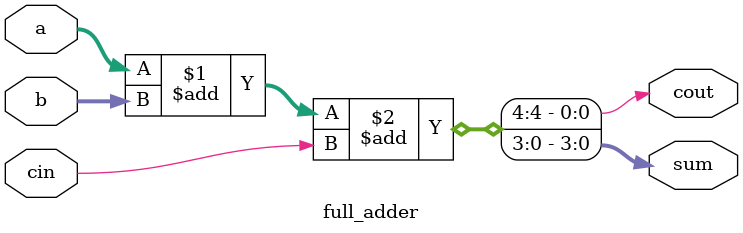
<source format=sv>
module full_adder(
  input logic [3:0]a,
  input logic [3:0]b,
  input logic cin,
  output logic [3:0]sum,
  output logic cout);
  
  assign {cout,sum} = a + b + cin;
  
endmodule

</source>
